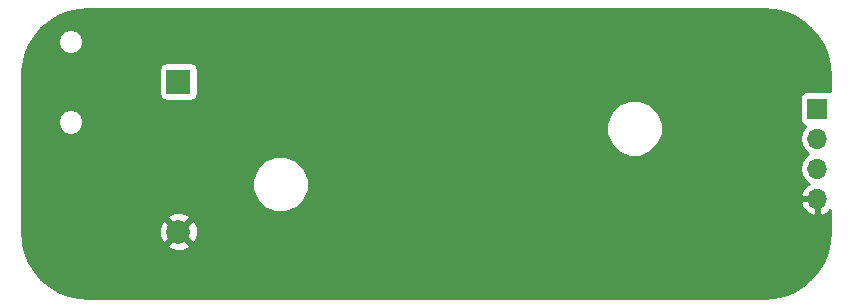
<source format=gbr>
G04 #@! TF.GenerationSoftware,KiCad,Pcbnew,(5.0.0)*
G04 #@! TF.CreationDate,2019-03-11T20:11:46-04:00*
G04 #@! TF.ProjectId,DebugAdapter,4465627567416461707465722E6B6963,rev?*
G04 #@! TF.SameCoordinates,Original*
G04 #@! TF.FileFunction,Copper,L2,Bot,Signal*
G04 #@! TF.FilePolarity,Positive*
%FSLAX46Y46*%
G04 Gerber Fmt 4.6, Leading zero omitted, Abs format (unit mm)*
G04 Created by KiCad (PCBNEW (5.0.0)) date 03/11/19 20:11:46*
%MOMM*%
%LPD*%
G01*
G04 APERTURE LIST*
G04 #@! TA.AperFunction,ComponentPad*
%ADD10R,2.000000X2.000000*%
G04 #@! TD*
G04 #@! TA.AperFunction,ComponentPad*
%ADD11C,2.000000*%
G04 #@! TD*
G04 #@! TA.AperFunction,ComponentPad*
%ADD12R,1.700000X1.700000*%
G04 #@! TD*
G04 #@! TA.AperFunction,ComponentPad*
%ADD13O,1.700000X1.700000*%
G04 #@! TD*
G04 #@! TA.AperFunction,ViaPad*
%ADD14C,0.800000*%
G04 #@! TD*
G04 #@! TA.AperFunction,Conductor*
%ADD15C,0.254000*%
G04 #@! TD*
G04 APERTURE END LIST*
D10*
G04 #@! TO.P,BT1,1*
G04 #@! TO.N,+BATT*
X109220000Y-81788000D03*
D11*
G04 #@! TO.P,BT1,2*
G04 #@! TO.N,GND*
X109220000Y-94488000D03*
G04 #@! TD*
D12*
G04 #@! TO.P,J2,1*
G04 #@! TO.N,+3V3*
X163322000Y-84074000D03*
D13*
G04 #@! TO.P,J2,2*
G04 #@! TO.N,/SWDIO*
X163322000Y-86614000D03*
G04 #@! TO.P,J2,3*
G04 #@! TO.N,/SWCLK*
X163322000Y-89154000D03*
G04 #@! TO.P,J2,4*
G04 #@! TO.N,GND*
X163322000Y-91694000D03*
G04 #@! TD*
D14*
G04 #@! TO.N,GND*
X106426000Y-87884000D03*
X96774000Y-92710000D03*
X96774000Y-93980000D03*
G04 #@! TD*
D15*
G04 #@! TO.N,GND*
G36*
X159631943Y-75711606D02*
X160492181Y-75918131D01*
X161309505Y-76256677D01*
X162063821Y-76718923D01*
X162736530Y-77293470D01*
X163311077Y-77966179D01*
X163773320Y-78720489D01*
X164111870Y-79537820D01*
X164318394Y-80398057D01*
X164390000Y-81307892D01*
X164390000Y-82619922D01*
X164172000Y-82576560D01*
X162472000Y-82576560D01*
X162224235Y-82625843D01*
X162014191Y-82766191D01*
X161873843Y-82976235D01*
X161824560Y-83224000D01*
X161824560Y-84924000D01*
X161873843Y-85171765D01*
X162014191Y-85381809D01*
X162224235Y-85522157D01*
X162269619Y-85531184D01*
X162251375Y-85543375D01*
X161923161Y-86034582D01*
X161807908Y-86614000D01*
X161923161Y-87193418D01*
X162251375Y-87684625D01*
X162549761Y-87884000D01*
X162251375Y-88083375D01*
X161923161Y-88574582D01*
X161807908Y-89154000D01*
X161923161Y-89733418D01*
X162251375Y-90224625D01*
X162570478Y-90437843D01*
X162440642Y-90498817D01*
X162050355Y-90927076D01*
X161880524Y-91337110D01*
X162001845Y-91567000D01*
X163195000Y-91567000D01*
X163195000Y-91547000D01*
X163449000Y-91547000D01*
X163449000Y-91567000D01*
X163469000Y-91567000D01*
X163469000Y-91821000D01*
X163449000Y-91821000D01*
X163449000Y-93014819D01*
X163678892Y-93135486D01*
X164203358Y-92889183D01*
X164390001Y-92684381D01*
X164390001Y-94460095D01*
X164318394Y-95369943D01*
X164111870Y-96230180D01*
X163773320Y-97047511D01*
X163311077Y-97801821D01*
X162736530Y-98474530D01*
X162063821Y-99049077D01*
X161309505Y-99511323D01*
X160492181Y-99849869D01*
X159631943Y-100056394D01*
X158722108Y-100128000D01*
X101627892Y-100128000D01*
X100718057Y-100056394D01*
X99857820Y-99849870D01*
X99040489Y-99511320D01*
X98286179Y-99049077D01*
X97613470Y-98474530D01*
X97038923Y-97801821D01*
X96576677Y-97047505D01*
X96238131Y-96230181D01*
X96096569Y-95640532D01*
X108247073Y-95640532D01*
X108345736Y-95907387D01*
X108955461Y-96133908D01*
X109605460Y-96109856D01*
X110094264Y-95907387D01*
X110192927Y-95640532D01*
X109220000Y-94667605D01*
X108247073Y-95640532D01*
X96096569Y-95640532D01*
X96031606Y-95369943D01*
X95960000Y-94460108D01*
X95960000Y-94223461D01*
X107574092Y-94223461D01*
X107598144Y-94873460D01*
X107800613Y-95362264D01*
X108067468Y-95460927D01*
X109040395Y-94488000D01*
X109399605Y-94488000D01*
X110372532Y-95460927D01*
X110639387Y-95362264D01*
X110865908Y-94752539D01*
X110841856Y-94102540D01*
X110639387Y-93613736D01*
X110372532Y-93515073D01*
X109399605Y-94488000D01*
X109040395Y-94488000D01*
X108067468Y-93515073D01*
X107800613Y-93613736D01*
X107574092Y-94223461D01*
X95960000Y-94223461D01*
X95960000Y-93335468D01*
X108247073Y-93335468D01*
X109220000Y-94308395D01*
X110192927Y-93335468D01*
X110094264Y-93068613D01*
X109484539Y-92842092D01*
X108834540Y-92866144D01*
X108345736Y-93068613D01*
X108247073Y-93335468D01*
X95960000Y-93335468D01*
X95960000Y-90013094D01*
X115471000Y-90013094D01*
X115471000Y-90961906D01*
X115834095Y-91838494D01*
X116505006Y-92509405D01*
X117381594Y-92872500D01*
X118330406Y-92872500D01*
X119206994Y-92509405D01*
X119665509Y-92050890D01*
X161880524Y-92050890D01*
X162050355Y-92460924D01*
X162440642Y-92889183D01*
X162965108Y-93135486D01*
X163195000Y-93014819D01*
X163195000Y-91821000D01*
X162001845Y-91821000D01*
X161880524Y-92050890D01*
X119665509Y-92050890D01*
X119877905Y-91838494D01*
X120241000Y-90961906D01*
X120241000Y-90013094D01*
X119877905Y-89136506D01*
X119206994Y-88465595D01*
X118330406Y-88102500D01*
X117381594Y-88102500D01*
X116505006Y-88465595D01*
X115834095Y-89136506D01*
X115471000Y-90013094D01*
X95960000Y-90013094D01*
X95960000Y-84972180D01*
X98991000Y-84972180D01*
X98991000Y-85403820D01*
X99156182Y-85802603D01*
X99461397Y-86107818D01*
X99860180Y-86273000D01*
X100291820Y-86273000D01*
X100690603Y-86107818D01*
X100995818Y-85802603D01*
X101161000Y-85403820D01*
X101161000Y-85275994D01*
X145443000Y-85275994D01*
X145443000Y-86224806D01*
X145806095Y-87101394D01*
X146477006Y-87772305D01*
X147353594Y-88135400D01*
X148302406Y-88135400D01*
X149178994Y-87772305D01*
X149849905Y-87101394D01*
X150213000Y-86224806D01*
X150213000Y-85275994D01*
X149849905Y-84399406D01*
X149178994Y-83728495D01*
X148302406Y-83365400D01*
X147353594Y-83365400D01*
X146477006Y-83728495D01*
X145806095Y-84399406D01*
X145443000Y-85275994D01*
X101161000Y-85275994D01*
X101161000Y-84972180D01*
X100995818Y-84573397D01*
X100690603Y-84268182D01*
X100291820Y-84103000D01*
X99860180Y-84103000D01*
X99461397Y-84268182D01*
X99156182Y-84573397D01*
X98991000Y-84972180D01*
X95960000Y-84972180D01*
X95960000Y-81307892D01*
X96000916Y-80788000D01*
X107572560Y-80788000D01*
X107572560Y-82788000D01*
X107621843Y-83035765D01*
X107762191Y-83245809D01*
X107972235Y-83386157D01*
X108220000Y-83435440D01*
X110220000Y-83435440D01*
X110467765Y-83386157D01*
X110677809Y-83245809D01*
X110818157Y-83035765D01*
X110867440Y-82788000D01*
X110867440Y-80788000D01*
X110818157Y-80540235D01*
X110677809Y-80330191D01*
X110467765Y-80189843D01*
X110220000Y-80140560D01*
X108220000Y-80140560D01*
X107972235Y-80189843D01*
X107762191Y-80330191D01*
X107621843Y-80540235D01*
X107572560Y-80788000D01*
X96000916Y-80788000D01*
X96031606Y-80398057D01*
X96238131Y-79537819D01*
X96576677Y-78720495D01*
X96912685Y-78172180D01*
X98991000Y-78172180D01*
X98991000Y-78603820D01*
X99156182Y-79002603D01*
X99461397Y-79307818D01*
X99860180Y-79473000D01*
X100291820Y-79473000D01*
X100690603Y-79307818D01*
X100995818Y-79002603D01*
X101161000Y-78603820D01*
X101161000Y-78172180D01*
X100995818Y-77773397D01*
X100690603Y-77468182D01*
X100291820Y-77303000D01*
X99860180Y-77303000D01*
X99461397Y-77468182D01*
X99156182Y-77773397D01*
X98991000Y-78172180D01*
X96912685Y-78172180D01*
X97038923Y-77966179D01*
X97613470Y-77293470D01*
X98286179Y-76718923D01*
X99040489Y-76256680D01*
X99857820Y-75918130D01*
X100718057Y-75711606D01*
X101627892Y-75640000D01*
X158722108Y-75640000D01*
X159631943Y-75711606D01*
X159631943Y-75711606D01*
G37*
X159631943Y-75711606D02*
X160492181Y-75918131D01*
X161309505Y-76256677D01*
X162063821Y-76718923D01*
X162736530Y-77293470D01*
X163311077Y-77966179D01*
X163773320Y-78720489D01*
X164111870Y-79537820D01*
X164318394Y-80398057D01*
X164390000Y-81307892D01*
X164390000Y-82619922D01*
X164172000Y-82576560D01*
X162472000Y-82576560D01*
X162224235Y-82625843D01*
X162014191Y-82766191D01*
X161873843Y-82976235D01*
X161824560Y-83224000D01*
X161824560Y-84924000D01*
X161873843Y-85171765D01*
X162014191Y-85381809D01*
X162224235Y-85522157D01*
X162269619Y-85531184D01*
X162251375Y-85543375D01*
X161923161Y-86034582D01*
X161807908Y-86614000D01*
X161923161Y-87193418D01*
X162251375Y-87684625D01*
X162549761Y-87884000D01*
X162251375Y-88083375D01*
X161923161Y-88574582D01*
X161807908Y-89154000D01*
X161923161Y-89733418D01*
X162251375Y-90224625D01*
X162570478Y-90437843D01*
X162440642Y-90498817D01*
X162050355Y-90927076D01*
X161880524Y-91337110D01*
X162001845Y-91567000D01*
X163195000Y-91567000D01*
X163195000Y-91547000D01*
X163449000Y-91547000D01*
X163449000Y-91567000D01*
X163469000Y-91567000D01*
X163469000Y-91821000D01*
X163449000Y-91821000D01*
X163449000Y-93014819D01*
X163678892Y-93135486D01*
X164203358Y-92889183D01*
X164390001Y-92684381D01*
X164390001Y-94460095D01*
X164318394Y-95369943D01*
X164111870Y-96230180D01*
X163773320Y-97047511D01*
X163311077Y-97801821D01*
X162736530Y-98474530D01*
X162063821Y-99049077D01*
X161309505Y-99511323D01*
X160492181Y-99849869D01*
X159631943Y-100056394D01*
X158722108Y-100128000D01*
X101627892Y-100128000D01*
X100718057Y-100056394D01*
X99857820Y-99849870D01*
X99040489Y-99511320D01*
X98286179Y-99049077D01*
X97613470Y-98474530D01*
X97038923Y-97801821D01*
X96576677Y-97047505D01*
X96238131Y-96230181D01*
X96096569Y-95640532D01*
X108247073Y-95640532D01*
X108345736Y-95907387D01*
X108955461Y-96133908D01*
X109605460Y-96109856D01*
X110094264Y-95907387D01*
X110192927Y-95640532D01*
X109220000Y-94667605D01*
X108247073Y-95640532D01*
X96096569Y-95640532D01*
X96031606Y-95369943D01*
X95960000Y-94460108D01*
X95960000Y-94223461D01*
X107574092Y-94223461D01*
X107598144Y-94873460D01*
X107800613Y-95362264D01*
X108067468Y-95460927D01*
X109040395Y-94488000D01*
X109399605Y-94488000D01*
X110372532Y-95460927D01*
X110639387Y-95362264D01*
X110865908Y-94752539D01*
X110841856Y-94102540D01*
X110639387Y-93613736D01*
X110372532Y-93515073D01*
X109399605Y-94488000D01*
X109040395Y-94488000D01*
X108067468Y-93515073D01*
X107800613Y-93613736D01*
X107574092Y-94223461D01*
X95960000Y-94223461D01*
X95960000Y-93335468D01*
X108247073Y-93335468D01*
X109220000Y-94308395D01*
X110192927Y-93335468D01*
X110094264Y-93068613D01*
X109484539Y-92842092D01*
X108834540Y-92866144D01*
X108345736Y-93068613D01*
X108247073Y-93335468D01*
X95960000Y-93335468D01*
X95960000Y-90013094D01*
X115471000Y-90013094D01*
X115471000Y-90961906D01*
X115834095Y-91838494D01*
X116505006Y-92509405D01*
X117381594Y-92872500D01*
X118330406Y-92872500D01*
X119206994Y-92509405D01*
X119665509Y-92050890D01*
X161880524Y-92050890D01*
X162050355Y-92460924D01*
X162440642Y-92889183D01*
X162965108Y-93135486D01*
X163195000Y-93014819D01*
X163195000Y-91821000D01*
X162001845Y-91821000D01*
X161880524Y-92050890D01*
X119665509Y-92050890D01*
X119877905Y-91838494D01*
X120241000Y-90961906D01*
X120241000Y-90013094D01*
X119877905Y-89136506D01*
X119206994Y-88465595D01*
X118330406Y-88102500D01*
X117381594Y-88102500D01*
X116505006Y-88465595D01*
X115834095Y-89136506D01*
X115471000Y-90013094D01*
X95960000Y-90013094D01*
X95960000Y-84972180D01*
X98991000Y-84972180D01*
X98991000Y-85403820D01*
X99156182Y-85802603D01*
X99461397Y-86107818D01*
X99860180Y-86273000D01*
X100291820Y-86273000D01*
X100690603Y-86107818D01*
X100995818Y-85802603D01*
X101161000Y-85403820D01*
X101161000Y-85275994D01*
X145443000Y-85275994D01*
X145443000Y-86224806D01*
X145806095Y-87101394D01*
X146477006Y-87772305D01*
X147353594Y-88135400D01*
X148302406Y-88135400D01*
X149178994Y-87772305D01*
X149849905Y-87101394D01*
X150213000Y-86224806D01*
X150213000Y-85275994D01*
X149849905Y-84399406D01*
X149178994Y-83728495D01*
X148302406Y-83365400D01*
X147353594Y-83365400D01*
X146477006Y-83728495D01*
X145806095Y-84399406D01*
X145443000Y-85275994D01*
X101161000Y-85275994D01*
X101161000Y-84972180D01*
X100995818Y-84573397D01*
X100690603Y-84268182D01*
X100291820Y-84103000D01*
X99860180Y-84103000D01*
X99461397Y-84268182D01*
X99156182Y-84573397D01*
X98991000Y-84972180D01*
X95960000Y-84972180D01*
X95960000Y-81307892D01*
X96000916Y-80788000D01*
X107572560Y-80788000D01*
X107572560Y-82788000D01*
X107621843Y-83035765D01*
X107762191Y-83245809D01*
X107972235Y-83386157D01*
X108220000Y-83435440D01*
X110220000Y-83435440D01*
X110467765Y-83386157D01*
X110677809Y-83245809D01*
X110818157Y-83035765D01*
X110867440Y-82788000D01*
X110867440Y-80788000D01*
X110818157Y-80540235D01*
X110677809Y-80330191D01*
X110467765Y-80189843D01*
X110220000Y-80140560D01*
X108220000Y-80140560D01*
X107972235Y-80189843D01*
X107762191Y-80330191D01*
X107621843Y-80540235D01*
X107572560Y-80788000D01*
X96000916Y-80788000D01*
X96031606Y-80398057D01*
X96238131Y-79537819D01*
X96576677Y-78720495D01*
X96912685Y-78172180D01*
X98991000Y-78172180D01*
X98991000Y-78603820D01*
X99156182Y-79002603D01*
X99461397Y-79307818D01*
X99860180Y-79473000D01*
X100291820Y-79473000D01*
X100690603Y-79307818D01*
X100995818Y-79002603D01*
X101161000Y-78603820D01*
X101161000Y-78172180D01*
X100995818Y-77773397D01*
X100690603Y-77468182D01*
X100291820Y-77303000D01*
X99860180Y-77303000D01*
X99461397Y-77468182D01*
X99156182Y-77773397D01*
X98991000Y-78172180D01*
X96912685Y-78172180D01*
X97038923Y-77966179D01*
X97613470Y-77293470D01*
X98286179Y-76718923D01*
X99040489Y-76256680D01*
X99857820Y-75918130D01*
X100718057Y-75711606D01*
X101627892Y-75640000D01*
X158722108Y-75640000D01*
X159631943Y-75711606D01*
G04 #@! TD*
M02*

</source>
